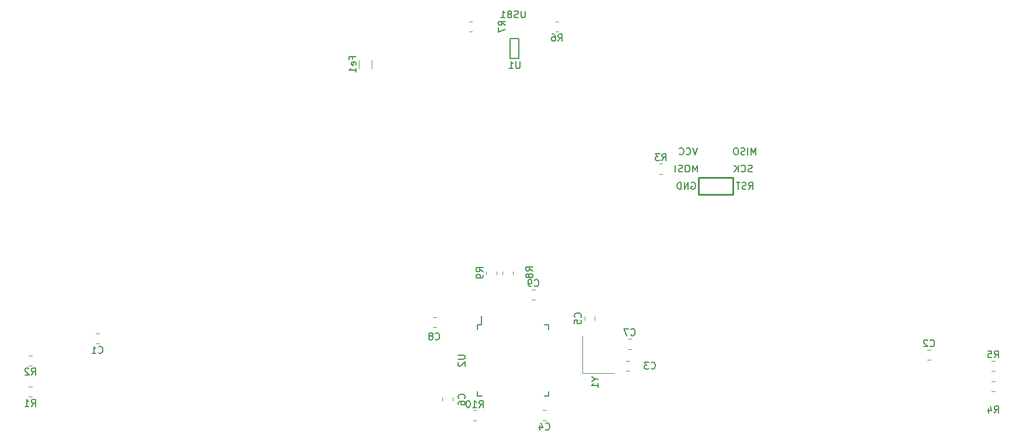
<source format=gbr>
%TF.GenerationSoftware,KiCad,Pcbnew,(6.0.5)*%
%TF.CreationDate,2022-06-07T22:35:01-07:00*%
%TF.ProjectId,sdvx-pcb,73647678-2d70-4636-922e-6b696361645f,rev?*%
%TF.SameCoordinates,Original*%
%TF.FileFunction,Legend,Bot*%
%TF.FilePolarity,Positive*%
%FSLAX46Y46*%
G04 Gerber Fmt 4.6, Leading zero omitted, Abs format (unit mm)*
G04 Created by KiCad (PCBNEW (6.0.5)) date 2022-06-07 22:35:01*
%MOMM*%
%LPD*%
G01*
G04 APERTURE LIST*
%ADD10C,0.150000*%
%ADD11C,0.120000*%
%ADD12C,0.250000*%
G04 APERTURE END LIST*
D10*
%TO.C,C5*%
X157427142Y-63577083D02*
X157474761Y-63529464D01*
X157522380Y-63386607D01*
X157522380Y-63291369D01*
X157474761Y-63148511D01*
X157379523Y-63053273D01*
X157284285Y-63005654D01*
X157093809Y-62958035D01*
X156950952Y-62958035D01*
X156760476Y-63005654D01*
X156665238Y-63053273D01*
X156570000Y-63148511D01*
X156522380Y-63291369D01*
X156522380Y-63386607D01*
X156570000Y-63529464D01*
X156617619Y-63577083D01*
X156522380Y-64481845D02*
X156522380Y-64005654D01*
X156998571Y-63958035D01*
X156950952Y-64005654D01*
X156903333Y-64100892D01*
X156903333Y-64338988D01*
X156950952Y-64434226D01*
X156998571Y-64481845D01*
X157093809Y-64529464D01*
X157331904Y-64529464D01*
X157427142Y-64481845D01*
X157474761Y-64434226D01*
X157522380Y-64338988D01*
X157522380Y-64100892D01*
X157474761Y-64005654D01*
X157427142Y-63958035D01*
%TO.C,R9*%
X143264880Y-56983333D02*
X142788690Y-56650000D01*
X143264880Y-56411904D02*
X142264880Y-56411904D01*
X142264880Y-56792857D01*
X142312500Y-56888095D01*
X142360119Y-56935714D01*
X142455357Y-56983333D01*
X142598214Y-56983333D01*
X142693452Y-56935714D01*
X142741071Y-56888095D01*
X142788690Y-56792857D01*
X142788690Y-56411904D01*
X143264880Y-57459523D02*
X143264880Y-57650000D01*
X143217261Y-57745238D01*
X143169642Y-57792857D01*
X143026785Y-57888095D01*
X142836309Y-57935714D01*
X142455357Y-57935714D01*
X142360119Y-57888095D01*
X142312500Y-57840476D01*
X142264880Y-57745238D01*
X142264880Y-57554761D01*
X142312500Y-57459523D01*
X142360119Y-57411904D01*
X142455357Y-57364285D01*
X142693452Y-57364285D01*
X142788690Y-57411904D01*
X142836309Y-57459523D01*
X142883928Y-57554761D01*
X142883928Y-57745238D01*
X142836309Y-57840476D01*
X142788690Y-57888095D01*
X142693452Y-57935714D01*
%TO.C,J1*%
X182827678Y-40021130D02*
X182827678Y-39021130D01*
X182494345Y-39735416D01*
X182161011Y-39021130D01*
X182161011Y-40021130D01*
X181684821Y-40021130D02*
X181684821Y-39021130D01*
X181256250Y-39973511D02*
X181113392Y-40021130D01*
X180875297Y-40021130D01*
X180780059Y-39973511D01*
X180732440Y-39925892D01*
X180684821Y-39830654D01*
X180684821Y-39735416D01*
X180732440Y-39640178D01*
X180780059Y-39592559D01*
X180875297Y-39544940D01*
X181065773Y-39497321D01*
X181161011Y-39449702D01*
X181208630Y-39402083D01*
X181256250Y-39306845D01*
X181256250Y-39211607D01*
X181208630Y-39116369D01*
X181161011Y-39068750D01*
X181065773Y-39021130D01*
X180827678Y-39021130D01*
X180684821Y-39068750D01*
X180065773Y-39021130D02*
X179875297Y-39021130D01*
X179780059Y-39068750D01*
X179684821Y-39163988D01*
X179637202Y-39354464D01*
X179637202Y-39687797D01*
X179684821Y-39878273D01*
X179780059Y-39973511D01*
X179875297Y-40021130D01*
X180065773Y-40021130D01*
X180161011Y-39973511D01*
X180256250Y-39878273D01*
X180303869Y-39687797D01*
X180303869Y-39354464D01*
X180256250Y-39163988D01*
X180161011Y-39068750D01*
X180065773Y-39021130D01*
X174327678Y-42521130D02*
X174327678Y-41521130D01*
X173994345Y-42235416D01*
X173661011Y-41521130D01*
X173661011Y-42521130D01*
X172994345Y-41521130D02*
X172803869Y-41521130D01*
X172708630Y-41568750D01*
X172613392Y-41663988D01*
X172565773Y-41854464D01*
X172565773Y-42187797D01*
X172613392Y-42378273D01*
X172708630Y-42473511D01*
X172803869Y-42521130D01*
X172994345Y-42521130D01*
X173089583Y-42473511D01*
X173184821Y-42378273D01*
X173232440Y-42187797D01*
X173232440Y-41854464D01*
X173184821Y-41663988D01*
X173089583Y-41568750D01*
X172994345Y-41521130D01*
X172184821Y-42473511D02*
X172041964Y-42521130D01*
X171803869Y-42521130D01*
X171708630Y-42473511D01*
X171661011Y-42425892D01*
X171613392Y-42330654D01*
X171613392Y-42235416D01*
X171661011Y-42140178D01*
X171708630Y-42092559D01*
X171803869Y-42044940D01*
X171994345Y-41997321D01*
X172089583Y-41949702D01*
X172137202Y-41902083D01*
X172184821Y-41806845D01*
X172184821Y-41711607D01*
X172137202Y-41616369D01*
X172089583Y-41568750D01*
X171994345Y-41521130D01*
X171756250Y-41521130D01*
X171613392Y-41568750D01*
X171184821Y-42521130D02*
X171184821Y-41521130D01*
X182291964Y-42473511D02*
X182149107Y-42521130D01*
X181911011Y-42521130D01*
X181815773Y-42473511D01*
X181768154Y-42425892D01*
X181720535Y-42330654D01*
X181720535Y-42235416D01*
X181768154Y-42140178D01*
X181815773Y-42092559D01*
X181911011Y-42044940D01*
X182101488Y-41997321D01*
X182196726Y-41949702D01*
X182244345Y-41902083D01*
X182291964Y-41806845D01*
X182291964Y-41711607D01*
X182244345Y-41616369D01*
X182196726Y-41568750D01*
X182101488Y-41521130D01*
X181863392Y-41521130D01*
X181720535Y-41568750D01*
X180720535Y-42425892D02*
X180768154Y-42473511D01*
X180911011Y-42521130D01*
X181006250Y-42521130D01*
X181149107Y-42473511D01*
X181244345Y-42378273D01*
X181291964Y-42283035D01*
X181339583Y-42092559D01*
X181339583Y-41949702D01*
X181291964Y-41759226D01*
X181244345Y-41663988D01*
X181149107Y-41568750D01*
X181006250Y-41521130D01*
X180911011Y-41521130D01*
X180768154Y-41568750D01*
X180720535Y-41616369D01*
X180291964Y-42521130D02*
X180291964Y-41521130D01*
X179720535Y-42521130D02*
X180149107Y-41949702D01*
X179720535Y-41521130D02*
X180291964Y-42092559D01*
X173518154Y-44068750D02*
X173613392Y-44021130D01*
X173756250Y-44021130D01*
X173899107Y-44068750D01*
X173994345Y-44163988D01*
X174041964Y-44259226D01*
X174089583Y-44449702D01*
X174089583Y-44592559D01*
X174041964Y-44783035D01*
X173994345Y-44878273D01*
X173899107Y-44973511D01*
X173756250Y-45021130D01*
X173661011Y-45021130D01*
X173518154Y-44973511D01*
X173470535Y-44925892D01*
X173470535Y-44592559D01*
X173661011Y-44592559D01*
X173041964Y-45021130D02*
X173041964Y-44021130D01*
X172470535Y-45021130D01*
X172470535Y-44021130D01*
X171994345Y-45021130D02*
X171994345Y-44021130D01*
X171756250Y-44021130D01*
X171613392Y-44068750D01*
X171518154Y-44163988D01*
X171470535Y-44259226D01*
X171422916Y-44449702D01*
X171422916Y-44592559D01*
X171470535Y-44783035D01*
X171518154Y-44878273D01*
X171613392Y-44973511D01*
X171756250Y-45021130D01*
X171994345Y-45021130D01*
X174339583Y-39021130D02*
X174006250Y-40021130D01*
X173672916Y-39021130D01*
X172768154Y-39925892D02*
X172815773Y-39973511D01*
X172958630Y-40021130D01*
X173053869Y-40021130D01*
X173196726Y-39973511D01*
X173291964Y-39878273D01*
X173339583Y-39783035D01*
X173387202Y-39592559D01*
X173387202Y-39449702D01*
X173339583Y-39259226D01*
X173291964Y-39163988D01*
X173196726Y-39068750D01*
X173053869Y-39021130D01*
X172958630Y-39021130D01*
X172815773Y-39068750D01*
X172768154Y-39116369D01*
X171768154Y-39925892D02*
X171815773Y-39973511D01*
X171958630Y-40021130D01*
X172053869Y-40021130D01*
X172196726Y-39973511D01*
X172291964Y-39878273D01*
X172339583Y-39783035D01*
X172387202Y-39592559D01*
X172387202Y-39449702D01*
X172339583Y-39259226D01*
X172291964Y-39163988D01*
X172196726Y-39068750D01*
X172053869Y-39021130D01*
X171958630Y-39021130D01*
X171815773Y-39068750D01*
X171768154Y-39116369D01*
X181803869Y-45021130D02*
X182137202Y-44544940D01*
X182375297Y-45021130D02*
X182375297Y-44021130D01*
X181994345Y-44021130D01*
X181899107Y-44068750D01*
X181851488Y-44116369D01*
X181803869Y-44211607D01*
X181803869Y-44354464D01*
X181851488Y-44449702D01*
X181899107Y-44497321D01*
X181994345Y-44544940D01*
X182375297Y-44544940D01*
X181422916Y-44973511D02*
X181280059Y-45021130D01*
X181041964Y-45021130D01*
X180946726Y-44973511D01*
X180899107Y-44925892D01*
X180851488Y-44830654D01*
X180851488Y-44735416D01*
X180899107Y-44640178D01*
X180946726Y-44592559D01*
X181041964Y-44544940D01*
X181232440Y-44497321D01*
X181327678Y-44449702D01*
X181375297Y-44402083D01*
X181422916Y-44306845D01*
X181422916Y-44211607D01*
X181375297Y-44116369D01*
X181327678Y-44068750D01*
X181232440Y-44021130D01*
X180994345Y-44021130D01*
X180851488Y-44068750D01*
X180565773Y-44021130D02*
X179994345Y-44021130D01*
X180280059Y-45021130D02*
X180280059Y-44021130D01*
%TO.C,U2*%
X139639880Y-69088095D02*
X140449404Y-69088095D01*
X140544642Y-69135714D01*
X140592261Y-69183333D01*
X140639880Y-69278571D01*
X140639880Y-69469047D01*
X140592261Y-69564285D01*
X140544642Y-69611904D01*
X140449404Y-69659523D01*
X139639880Y-69659523D01*
X139735119Y-70088095D02*
X139687500Y-70135714D01*
X139639880Y-70230952D01*
X139639880Y-70469047D01*
X139687500Y-70564285D01*
X139735119Y-70611904D01*
X139830357Y-70659523D01*
X139925595Y-70659523D01*
X140068452Y-70611904D01*
X140639880Y-70040476D01*
X140639880Y-70659523D01*
%TO.C,C2*%
X208129166Y-67733392D02*
X208176785Y-67781011D01*
X208319642Y-67828630D01*
X208414880Y-67828630D01*
X208557738Y-67781011D01*
X208652976Y-67685773D01*
X208700595Y-67590535D01*
X208748214Y-67400059D01*
X208748214Y-67257202D01*
X208700595Y-67066726D01*
X208652976Y-66971488D01*
X208557738Y-66876250D01*
X208414880Y-66828630D01*
X208319642Y-66828630D01*
X208176785Y-66876250D01*
X208129166Y-66923869D01*
X207748214Y-66923869D02*
X207700595Y-66876250D01*
X207605357Y-66828630D01*
X207367261Y-66828630D01*
X207272023Y-66876250D01*
X207224404Y-66923869D01*
X207176785Y-67019107D01*
X207176785Y-67114345D01*
X207224404Y-67257202D01*
X207795833Y-67828630D01*
X207176785Y-67828630D01*
%TO.C,USB1*%
X149375595Y-19174880D02*
X149375595Y-19984404D01*
X149327976Y-20079642D01*
X149280357Y-20127261D01*
X149185119Y-20174880D01*
X148994642Y-20174880D01*
X148899404Y-20127261D01*
X148851785Y-20079642D01*
X148804166Y-19984404D01*
X148804166Y-19174880D01*
X148375595Y-20127261D02*
X148232738Y-20174880D01*
X147994642Y-20174880D01*
X147899404Y-20127261D01*
X147851785Y-20079642D01*
X147804166Y-19984404D01*
X147804166Y-19889166D01*
X147851785Y-19793928D01*
X147899404Y-19746309D01*
X147994642Y-19698690D01*
X148185119Y-19651071D01*
X148280357Y-19603452D01*
X148327976Y-19555833D01*
X148375595Y-19460595D01*
X148375595Y-19365357D01*
X148327976Y-19270119D01*
X148280357Y-19222500D01*
X148185119Y-19174880D01*
X147947023Y-19174880D01*
X147804166Y-19222500D01*
X147042261Y-19651071D02*
X146899404Y-19698690D01*
X146851785Y-19746309D01*
X146804166Y-19841547D01*
X146804166Y-19984404D01*
X146851785Y-20079642D01*
X146899404Y-20127261D01*
X146994642Y-20174880D01*
X147375595Y-20174880D01*
X147375595Y-19174880D01*
X147042261Y-19174880D01*
X146947023Y-19222500D01*
X146899404Y-19270119D01*
X146851785Y-19365357D01*
X146851785Y-19460595D01*
X146899404Y-19555833D01*
X146947023Y-19603452D01*
X147042261Y-19651071D01*
X147375595Y-19651071D01*
X145851785Y-20174880D02*
X146423214Y-20174880D01*
X146137500Y-20174880D02*
X146137500Y-19174880D01*
X146232738Y-19317738D01*
X146327976Y-19412976D01*
X146423214Y-19460595D01*
%TO.C,C6*%
X140570892Y-75339583D02*
X140618511Y-75291964D01*
X140666130Y-75149107D01*
X140666130Y-75053869D01*
X140618511Y-74911011D01*
X140523273Y-74815773D01*
X140428035Y-74768154D01*
X140237559Y-74720535D01*
X140094702Y-74720535D01*
X139904226Y-74768154D01*
X139808988Y-74815773D01*
X139713750Y-74911011D01*
X139666130Y-75053869D01*
X139666130Y-75149107D01*
X139713750Y-75291964D01*
X139761369Y-75339583D01*
X139666130Y-76196726D02*
X139666130Y-76006250D01*
X139713750Y-75911011D01*
X139761369Y-75863392D01*
X139904226Y-75768154D01*
X140094702Y-75720535D01*
X140475654Y-75720535D01*
X140570892Y-75768154D01*
X140618511Y-75815773D01*
X140666130Y-75911011D01*
X140666130Y-76101488D01*
X140618511Y-76196726D01*
X140570892Y-76244345D01*
X140475654Y-76291964D01*
X140237559Y-76291964D01*
X140142321Y-76244345D01*
X140094702Y-76196726D01*
X140047083Y-76101488D01*
X140047083Y-75911011D01*
X140094702Y-75815773D01*
X140142321Y-75768154D01*
X140237559Y-75720535D01*
%TO.C,C1*%
X87479166Y-68712142D02*
X87526785Y-68759761D01*
X87669642Y-68807380D01*
X87764880Y-68807380D01*
X87907738Y-68759761D01*
X88002976Y-68664523D01*
X88050595Y-68569285D01*
X88098214Y-68378809D01*
X88098214Y-68235952D01*
X88050595Y-68045476D01*
X88002976Y-67950238D01*
X87907738Y-67855000D01*
X87764880Y-67807380D01*
X87669642Y-67807380D01*
X87526785Y-67855000D01*
X87479166Y-67902619D01*
X86526785Y-68807380D02*
X87098214Y-68807380D01*
X86812500Y-68807380D02*
X86812500Y-67807380D01*
X86907738Y-67950238D01*
X87002976Y-68045476D01*
X87098214Y-68093095D01*
%TO.C,R3*%
X169235416Y-40871130D02*
X169568750Y-40394940D01*
X169806845Y-40871130D02*
X169806845Y-39871130D01*
X169425892Y-39871130D01*
X169330654Y-39918750D01*
X169283035Y-39966369D01*
X169235416Y-40061607D01*
X169235416Y-40204464D01*
X169283035Y-40299702D01*
X169330654Y-40347321D01*
X169425892Y-40394940D01*
X169806845Y-40394940D01*
X168902083Y-39871130D02*
X168283035Y-39871130D01*
X168616369Y-40252083D01*
X168473511Y-40252083D01*
X168378273Y-40299702D01*
X168330654Y-40347321D01*
X168283035Y-40442559D01*
X168283035Y-40680654D01*
X168330654Y-40775892D01*
X168378273Y-40823511D01*
X168473511Y-40871130D01*
X168759226Y-40871130D01*
X168854464Y-40823511D01*
X168902083Y-40775892D01*
%TO.C,R2*%
X77747916Y-71952380D02*
X78081250Y-71476190D01*
X78319345Y-71952380D02*
X78319345Y-70952380D01*
X77938392Y-70952380D01*
X77843154Y-71000000D01*
X77795535Y-71047619D01*
X77747916Y-71142857D01*
X77747916Y-71285714D01*
X77795535Y-71380952D01*
X77843154Y-71428571D01*
X77938392Y-71476190D01*
X78319345Y-71476190D01*
X77366964Y-71047619D02*
X77319345Y-71000000D01*
X77224107Y-70952380D01*
X76986011Y-70952380D01*
X76890773Y-71000000D01*
X76843154Y-71047619D01*
X76795535Y-71142857D01*
X76795535Y-71238095D01*
X76843154Y-71380952D01*
X77414583Y-71952380D01*
X76795535Y-71952380D01*
%TO.C,R10*%
X142724107Y-76652380D02*
X143057440Y-76176190D01*
X143295535Y-76652380D02*
X143295535Y-75652380D01*
X142914583Y-75652380D01*
X142819345Y-75700000D01*
X142771726Y-75747619D01*
X142724107Y-75842857D01*
X142724107Y-75985714D01*
X142771726Y-76080952D01*
X142819345Y-76128571D01*
X142914583Y-76176190D01*
X143295535Y-76176190D01*
X141771726Y-76652380D02*
X142343154Y-76652380D01*
X142057440Y-76652380D02*
X142057440Y-75652380D01*
X142152678Y-75795238D01*
X142247916Y-75890476D01*
X142343154Y-75938095D01*
X141152678Y-75652380D02*
X141057440Y-75652380D01*
X140962202Y-75700000D01*
X140914583Y-75747619D01*
X140866964Y-75842857D01*
X140819345Y-76033333D01*
X140819345Y-76271428D01*
X140866964Y-76461904D01*
X140914583Y-76557142D01*
X140962202Y-76604761D01*
X141057440Y-76652380D01*
X141152678Y-76652380D01*
X141247916Y-76604761D01*
X141295535Y-76557142D01*
X141343154Y-76461904D01*
X141390773Y-76271428D01*
X141390773Y-76033333D01*
X141343154Y-75842857D01*
X141295535Y-75747619D01*
X141247916Y-75700000D01*
X141152678Y-75652380D01*
%TO.C,Fe1*%
X124314821Y-26125595D02*
X124314821Y-25792261D01*
X124838630Y-25792261D02*
X123838630Y-25792261D01*
X123838630Y-26268452D01*
X124791011Y-27030357D02*
X124838630Y-26935119D01*
X124838630Y-26744642D01*
X124791011Y-26649404D01*
X124695773Y-26601785D01*
X124314821Y-26601785D01*
X124219583Y-26649404D01*
X124171964Y-26744642D01*
X124171964Y-26935119D01*
X124219583Y-27030357D01*
X124314821Y-27077976D01*
X124410059Y-27077976D01*
X124505297Y-26601785D01*
X124838630Y-28030357D02*
X124838630Y-27458928D01*
X124838630Y-27744642D02*
X123838630Y-27744642D01*
X123981488Y-27649404D01*
X124076726Y-27554166D01*
X124124345Y-27458928D01*
%TO.C,C4*%
X152322916Y-79824642D02*
X152370535Y-79872261D01*
X152513392Y-79919880D01*
X152608630Y-79919880D01*
X152751488Y-79872261D01*
X152846726Y-79777023D01*
X152894345Y-79681785D01*
X152941964Y-79491309D01*
X152941964Y-79348452D01*
X152894345Y-79157976D01*
X152846726Y-79062738D01*
X152751488Y-78967500D01*
X152608630Y-78919880D01*
X152513392Y-78919880D01*
X152370535Y-78967500D01*
X152322916Y-79015119D01*
X151465773Y-79253214D02*
X151465773Y-79919880D01*
X151703869Y-78872261D02*
X151941964Y-79586547D01*
X151322916Y-79586547D01*
%TO.C,U1*%
X148605654Y-26508630D02*
X148605654Y-27318154D01*
X148558035Y-27413392D01*
X148510416Y-27461011D01*
X148415178Y-27508630D01*
X148224702Y-27508630D01*
X148129464Y-27461011D01*
X148081845Y-27413392D01*
X148034226Y-27318154D01*
X148034226Y-26508630D01*
X147034226Y-27508630D02*
X147605654Y-27508630D01*
X147319940Y-27508630D02*
X147319940Y-26508630D01*
X147415178Y-26651488D01*
X147510416Y-26746726D01*
X147605654Y-26794345D01*
%TO.C,C9*%
X150735416Y-59002142D02*
X150783035Y-59049761D01*
X150925892Y-59097380D01*
X151021130Y-59097380D01*
X151163988Y-59049761D01*
X151259226Y-58954523D01*
X151306845Y-58859285D01*
X151354464Y-58668809D01*
X151354464Y-58525952D01*
X151306845Y-58335476D01*
X151259226Y-58240238D01*
X151163988Y-58145000D01*
X151021130Y-58097380D01*
X150925892Y-58097380D01*
X150783035Y-58145000D01*
X150735416Y-58192619D01*
X150259226Y-59097380D02*
X150068750Y-59097380D01*
X149973511Y-59049761D01*
X149925892Y-59002142D01*
X149830654Y-58859285D01*
X149783035Y-58668809D01*
X149783035Y-58287857D01*
X149830654Y-58192619D01*
X149878273Y-58145000D01*
X149973511Y-58097380D01*
X150163988Y-58097380D01*
X150259226Y-58145000D01*
X150306845Y-58192619D01*
X150354464Y-58287857D01*
X150354464Y-58525952D01*
X150306845Y-58621190D01*
X150259226Y-58668809D01*
X150163988Y-58716428D01*
X149973511Y-58716428D01*
X149878273Y-58668809D01*
X149830654Y-58621190D01*
X149783035Y-58525952D01*
%TO.C,C3*%
X167647916Y-71000892D02*
X167695535Y-71048511D01*
X167838392Y-71096130D01*
X167933630Y-71096130D01*
X168076488Y-71048511D01*
X168171726Y-70953273D01*
X168219345Y-70858035D01*
X168266964Y-70667559D01*
X168266964Y-70524702D01*
X168219345Y-70334226D01*
X168171726Y-70238988D01*
X168076488Y-70143750D01*
X167933630Y-70096130D01*
X167838392Y-70096130D01*
X167695535Y-70143750D01*
X167647916Y-70191369D01*
X167314583Y-70096130D02*
X166695535Y-70096130D01*
X167028869Y-70477083D01*
X166886011Y-70477083D01*
X166790773Y-70524702D01*
X166743154Y-70572321D01*
X166695535Y-70667559D01*
X166695535Y-70905654D01*
X166743154Y-71000892D01*
X166790773Y-71048511D01*
X166886011Y-71096130D01*
X167171726Y-71096130D01*
X167266964Y-71048511D01*
X167314583Y-71000892D01*
%TO.C,C7*%
X164716666Y-66145892D02*
X164764285Y-66193511D01*
X164907142Y-66241130D01*
X165002380Y-66241130D01*
X165145238Y-66193511D01*
X165240476Y-66098273D01*
X165288095Y-66003035D01*
X165335714Y-65812559D01*
X165335714Y-65669702D01*
X165288095Y-65479226D01*
X165240476Y-65383988D01*
X165145238Y-65288750D01*
X165002380Y-65241130D01*
X164907142Y-65241130D01*
X164764285Y-65288750D01*
X164716666Y-65336369D01*
X164383333Y-65241130D02*
X163716666Y-65241130D01*
X164145238Y-66241130D01*
%TO.C,Y1*%
X159519940Y-72548809D02*
X159996130Y-72548809D01*
X158996130Y-72215476D02*
X159519940Y-72548809D01*
X158996130Y-72882142D01*
X159996130Y-73739285D02*
X159996130Y-73167857D01*
X159996130Y-73453571D02*
X158996130Y-73453571D01*
X159138988Y-73358333D01*
X159234226Y-73263095D01*
X159281845Y-73167857D01*
%TO.C,C8*%
X136347916Y-66752142D02*
X136395535Y-66799761D01*
X136538392Y-66847380D01*
X136633630Y-66847380D01*
X136776488Y-66799761D01*
X136871726Y-66704523D01*
X136919345Y-66609285D01*
X136966964Y-66418809D01*
X136966964Y-66275952D01*
X136919345Y-66085476D01*
X136871726Y-65990238D01*
X136776488Y-65895000D01*
X136633630Y-65847380D01*
X136538392Y-65847380D01*
X136395535Y-65895000D01*
X136347916Y-65942619D01*
X135776488Y-66275952D02*
X135871726Y-66228333D01*
X135919345Y-66180714D01*
X135966964Y-66085476D01*
X135966964Y-66037857D01*
X135919345Y-65942619D01*
X135871726Y-65895000D01*
X135776488Y-65847380D01*
X135586011Y-65847380D01*
X135490773Y-65895000D01*
X135443154Y-65942619D01*
X135395535Y-66037857D01*
X135395535Y-66085476D01*
X135443154Y-66180714D01*
X135490773Y-66228333D01*
X135586011Y-66275952D01*
X135776488Y-66275952D01*
X135871726Y-66323571D01*
X135919345Y-66371190D01*
X135966964Y-66466428D01*
X135966964Y-66656904D01*
X135919345Y-66752142D01*
X135871726Y-66799761D01*
X135776488Y-66847380D01*
X135586011Y-66847380D01*
X135490773Y-66799761D01*
X135443154Y-66752142D01*
X135395535Y-66656904D01*
X135395535Y-66466428D01*
X135443154Y-66371190D01*
X135490773Y-66323571D01*
X135586011Y-66275952D01*
%TO.C,R7*%
X146502380Y-21264583D02*
X146026190Y-20931250D01*
X146502380Y-20693154D02*
X145502380Y-20693154D01*
X145502380Y-21074107D01*
X145550000Y-21169345D01*
X145597619Y-21216964D01*
X145692857Y-21264583D01*
X145835714Y-21264583D01*
X145930952Y-21216964D01*
X145978571Y-21169345D01*
X146026190Y-21074107D01*
X146026190Y-20693154D01*
X145502380Y-21597916D02*
X145502380Y-22264583D01*
X146502380Y-21836011D01*
%TO.C,R1*%
X77747916Y-76489880D02*
X78081250Y-76013690D01*
X78319345Y-76489880D02*
X78319345Y-75489880D01*
X77938392Y-75489880D01*
X77843154Y-75537500D01*
X77795535Y-75585119D01*
X77747916Y-75680357D01*
X77747916Y-75823214D01*
X77795535Y-75918452D01*
X77843154Y-75966071D01*
X77938392Y-76013690D01*
X78319345Y-76013690D01*
X76795535Y-76489880D02*
X77366964Y-76489880D01*
X77081250Y-76489880D02*
X77081250Y-75489880D01*
X77176488Y-75632738D01*
X77271726Y-75727976D01*
X77366964Y-75775595D01*
%TO.C,R4*%
X217447916Y-77446130D02*
X217781250Y-76969940D01*
X218019345Y-77446130D02*
X218019345Y-76446130D01*
X217638392Y-76446130D01*
X217543154Y-76493750D01*
X217495535Y-76541369D01*
X217447916Y-76636607D01*
X217447916Y-76779464D01*
X217495535Y-76874702D01*
X217543154Y-76922321D01*
X217638392Y-76969940D01*
X218019345Y-76969940D01*
X216590773Y-76779464D02*
X216590773Y-77446130D01*
X216828869Y-76398511D02*
X217066964Y-77112797D01*
X216447916Y-77112797D01*
%TO.C,R6*%
X154154166Y-23533630D02*
X154487500Y-23057440D01*
X154725595Y-23533630D02*
X154725595Y-22533630D01*
X154344642Y-22533630D01*
X154249404Y-22581250D01*
X154201785Y-22628869D01*
X154154166Y-22724107D01*
X154154166Y-22866964D01*
X154201785Y-22962202D01*
X154249404Y-23009821D01*
X154344642Y-23057440D01*
X154725595Y-23057440D01*
X153297023Y-22533630D02*
X153487500Y-22533630D01*
X153582738Y-22581250D01*
X153630357Y-22628869D01*
X153725595Y-22771726D01*
X153773214Y-22962202D01*
X153773214Y-23343154D01*
X153725595Y-23438392D01*
X153677976Y-23486011D01*
X153582738Y-23533630D01*
X153392261Y-23533630D01*
X153297023Y-23486011D01*
X153249404Y-23438392D01*
X153201785Y-23343154D01*
X153201785Y-23105059D01*
X153249404Y-23009821D01*
X153297023Y-22962202D01*
X153392261Y-22914583D01*
X153582738Y-22914583D01*
X153677976Y-22962202D01*
X153725595Y-23009821D01*
X153773214Y-23105059D01*
%TO.C,R8*%
X150471130Y-56883333D02*
X149994940Y-56550000D01*
X150471130Y-56311904D02*
X149471130Y-56311904D01*
X149471130Y-56692857D01*
X149518750Y-56788095D01*
X149566369Y-56835714D01*
X149661607Y-56883333D01*
X149804464Y-56883333D01*
X149899702Y-56835714D01*
X149947321Y-56788095D01*
X149994940Y-56692857D01*
X149994940Y-56311904D01*
X149899702Y-57454761D02*
X149852083Y-57359523D01*
X149804464Y-57311904D01*
X149709226Y-57264285D01*
X149661607Y-57264285D01*
X149566369Y-57311904D01*
X149518750Y-57359523D01*
X149471130Y-57454761D01*
X149471130Y-57645238D01*
X149518750Y-57740476D01*
X149566369Y-57788095D01*
X149661607Y-57835714D01*
X149709226Y-57835714D01*
X149804464Y-57788095D01*
X149852083Y-57740476D01*
X149899702Y-57645238D01*
X149899702Y-57454761D01*
X149947321Y-57359523D01*
X149994940Y-57311904D01*
X150090178Y-57264285D01*
X150280654Y-57264285D01*
X150375892Y-57311904D01*
X150423511Y-57359523D01*
X150471130Y-57454761D01*
X150471130Y-57645238D01*
X150423511Y-57740476D01*
X150375892Y-57788095D01*
X150280654Y-57835714D01*
X150090178Y-57835714D01*
X149994940Y-57788095D01*
X149947321Y-57740476D01*
X149899702Y-57645238D01*
%TO.C,R5*%
X217447916Y-69446130D02*
X217781250Y-68969940D01*
X218019345Y-69446130D02*
X218019345Y-68446130D01*
X217638392Y-68446130D01*
X217543154Y-68493750D01*
X217495535Y-68541369D01*
X217447916Y-68636607D01*
X217447916Y-68779464D01*
X217495535Y-68874702D01*
X217543154Y-68922321D01*
X217638392Y-68969940D01*
X218019345Y-68969940D01*
X216543154Y-68446130D02*
X217019345Y-68446130D01*
X217066964Y-68922321D01*
X217019345Y-68874702D01*
X216924107Y-68827083D01*
X216686011Y-68827083D01*
X216590773Y-68874702D01*
X216543154Y-68922321D01*
X216495535Y-69017559D01*
X216495535Y-69255654D01*
X216543154Y-69350892D01*
X216590773Y-69398511D01*
X216686011Y-69446130D01*
X216924107Y-69446130D01*
X217019345Y-69398511D01*
X217066964Y-69350892D01*
D11*
%TO.C,C5*%
X158015000Y-63482498D02*
X158015000Y-64005002D01*
X159485000Y-63482498D02*
X159485000Y-64005002D01*
%TO.C,R9*%
X143727500Y-56922936D02*
X143727500Y-57377064D01*
X145197500Y-56922936D02*
X145197500Y-57377064D01*
D12*
%TO.C,J1*%
X179506250Y-45818750D02*
X179506250Y-43318750D01*
X179506250Y-43318750D02*
X174506250Y-43318750D01*
X174506250Y-45818750D02*
X179506250Y-45818750D01*
X174506250Y-43318750D02*
X174506250Y-45818750D01*
D10*
%TO.C,U2*%
X143037500Y-64675000D02*
X143037500Y-63400000D01*
X152812500Y-64675000D02*
X152137500Y-64675000D01*
X142462500Y-64675000D02*
X142462500Y-65350000D01*
X152812500Y-64675000D02*
X152812500Y-65350000D01*
X142462500Y-75025000D02*
X142462500Y-74350000D01*
X152812500Y-75025000D02*
X152812500Y-74350000D01*
X152812500Y-75025000D02*
X152137500Y-75025000D01*
X142462500Y-64675000D02*
X143037500Y-64675000D01*
X142462500Y-75025000D02*
X143137500Y-75025000D01*
D11*
%TO.C,C2*%
X208223752Y-69791250D02*
X207701248Y-69791250D01*
X208223752Y-68321250D02*
X207701248Y-68321250D01*
%TO.C,C6*%
X137377500Y-75667502D02*
X137377500Y-75144998D01*
X138847500Y-75667502D02*
X138847500Y-75144998D01*
%TO.C,C1*%
X87051248Y-65940000D02*
X87573752Y-65940000D01*
X87051248Y-67410000D02*
X87573752Y-67410000D01*
%TO.C,R3*%
X169295814Y-42803750D02*
X168841686Y-42803750D01*
X169295814Y-41333750D02*
X168841686Y-41333750D01*
%TO.C,R2*%
X77354186Y-69115000D02*
X77808314Y-69115000D01*
X77354186Y-70585000D02*
X77808314Y-70585000D01*
%TO.C,R10*%
X142308314Y-78522500D02*
X141854186Y-78522500D01*
X142308314Y-77052500D02*
X141854186Y-77052500D01*
%TO.C,Fe1*%
X127116250Y-26285436D02*
X127116250Y-27489564D01*
X125296250Y-26285436D02*
X125296250Y-27489564D01*
%TO.C,C4*%
X151894998Y-78522500D02*
X152417502Y-78522500D01*
X151894998Y-77052500D02*
X152417502Y-77052500D01*
D10*
%TO.C,U1*%
X147193750Y-23156250D02*
X147193750Y-26056250D01*
X147193750Y-23156250D02*
X148493750Y-23156250D01*
X148493750Y-23156250D02*
X148493750Y-26056250D01*
X148493750Y-26056250D02*
X147193750Y-26056250D01*
D11*
%TO.C,C9*%
X150830002Y-61060000D02*
X150307498Y-61060000D01*
X150830002Y-59590000D02*
X150307498Y-59590000D01*
%TO.C,C3*%
X164567502Y-69908750D02*
X164044998Y-69908750D01*
X164567502Y-71378750D02*
X164044998Y-71378750D01*
%TO.C,C7*%
X164811252Y-66733750D02*
X164288748Y-66733750D01*
X164811252Y-68203750D02*
X164288748Y-68203750D01*
%TO.C,Y1*%
X162215625Y-71684375D02*
X157715625Y-71684375D01*
X157715625Y-71684375D02*
X157715625Y-66284375D01*
%TO.C,C8*%
X136019998Y-65028750D02*
X136542502Y-65028750D01*
X136019998Y-63558750D02*
X136542502Y-63558750D01*
%TO.C,R7*%
X141720814Y-20696250D02*
X141266686Y-20696250D01*
X141720814Y-22166250D02*
X141266686Y-22166250D01*
%TO.C,R1*%
X77354186Y-75122500D02*
X77808314Y-75122500D01*
X77354186Y-73652500D02*
X77808314Y-73652500D01*
%TO.C,R4*%
X217508314Y-74328750D02*
X217054186Y-74328750D01*
X217508314Y-72858750D02*
X217054186Y-72858750D01*
%TO.C,R6*%
X153760436Y-20696250D02*
X154214564Y-20696250D01*
X153760436Y-22166250D02*
X154214564Y-22166250D01*
%TO.C,R8*%
X147578750Y-56922936D02*
X147578750Y-57377064D01*
X146108750Y-56922936D02*
X146108750Y-57377064D01*
%TO.C,R5*%
X217508314Y-69908750D02*
X217054186Y-69908750D01*
X217508314Y-71378750D02*
X217054186Y-71378750D01*
%TD*%
M02*

</source>
